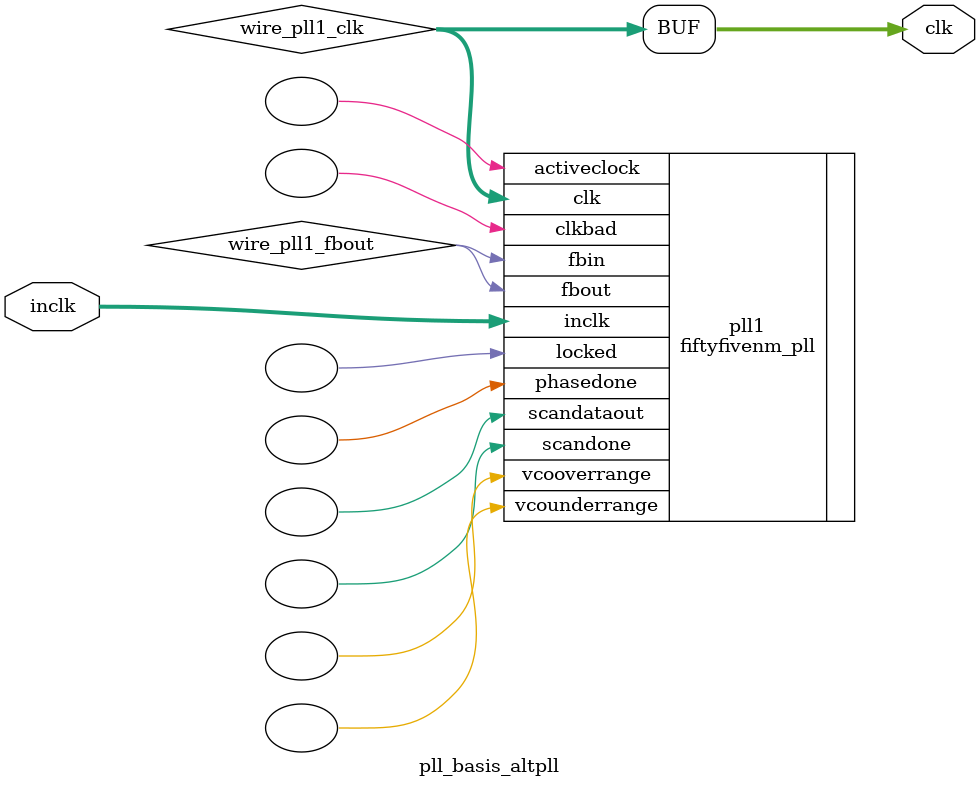
<source format=v>






//synthesis_resources = fiftyfivenm_pll 1 
//synopsys translate_off
`timescale 1 ps / 1 ps
//synopsys translate_on
module  pll_basis_altpll
	( 
	clk,
	inclk) /* synthesis synthesis_clearbox=1 */;
	output   [4:0]  clk;
	input   [1:0]  inclk;
`ifndef ALTERA_RESERVED_QIS
// synopsys translate_off
`endif
	tri0   [1:0]  inclk;
`ifndef ALTERA_RESERVED_QIS
// synopsys translate_on
`endif

	wire  [4:0]   wire_pll1_clk;
	wire  wire_pll1_fbout;

	fiftyfivenm_pll   pll1
	( 
	.activeclock(),
	.clk(wire_pll1_clk),
	.clkbad(),
	.fbin(wire_pll1_fbout),
	.fbout(wire_pll1_fbout),
	.inclk(inclk),
	.locked(),
	.phasedone(),
	.scandataout(),
	.scandone(),
	.vcooverrange(),
	.vcounderrange()
	`ifndef FORMAL_VERIFICATION
	// synopsys translate_off
	`endif
	,
	.areset(1'b0),
	.clkswitch(1'b0),
	.configupdate(1'b0),
	.pfdena(1'b1),
	.phasecounterselect({3{1'b0}}),
	.phasestep(1'b0),
	.phaseupdown(1'b0),
	.scanclk(1'b0),
	.scanclkena(1'b1),
	.scandata(1'b0)
	`ifndef FORMAL_VERIFICATION
	// synopsys translate_on
	`endif
	);
	defparam
		pll1.bandwidth_type = "auto",
		pll1.clk0_divide_by = 1,
		pll1.clk0_duty_cycle = 50,
		pll1.clk0_multiply_by = 1,
		pll1.clk0_phase_shift = "0",
		pll1.compensate_clock = "clk0",
		pll1.inclk0_input_frequency = 20000,
		pll1.operation_mode = "normal",
		pll1.pll_type = "auto",
		pll1.lpm_type = "fiftyfivenm_pll";
	assign
		clk = {wire_pll1_clk[4:0]};
endmodule //pll_basis_altpll
//VALID FILE

</source>
